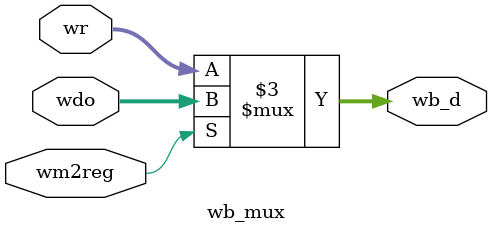
<source format=v>
`timescale 1ns / 1ps

// Module Name: ID and IF STAGES
//////////////////////////////////////////////////////////////////////////////////

//module 1 : pc - set current pc to next pc at edge of CPU
module pc(input [31:0] nextpc, output reg [31:0] outpc, input clk);
    always @ (posedge clk) 
    begin
        outpc <= nextpc; //updates pc with next one
    end
endmodule

//module 2: adder - take in PC and output next PC (PC+4)
module adder(input [31:0] inpc,output reg [31:0] outpc);
   initial 
   begin
       outpc <=100;  //starts at 100
   end
   always @(inpc)
       begin 
           outpc <= inpc + 4; //adds 4 to the pc for the next one
        end
endmodule
 
//module 3: IF/ID - takes in d0 and outputs it at edge of clk
module IF_ID(input clk, input [31:0] d, output reg [31:0] out);
    always @(posedge clk) 
    begin
        out <= d;
    end
endmodule

//module 4: Instruction Memory - takes in an address and outputs a 32 bit instruction d0
module instMem(input [31:0] add, output reg [31:0] instr);
    reg [31:0] MEM[0:127];
    initial 
    begin
        MEM[100] = 32'b10001100001000100000000000000000;//100: lw $v0, 00($at) 
        MEM[104] = 32'b10001100001000110000000000000100; //104: lw $v1, 04($at) # $3 ß? memory[$1+04]; load x[1]
        MEM[108] = 32'b10001100001001000000000000001000;
        MEM[112] = 32'b10001100001001010000000000001100;
    end
    always @(add) //at address put it in for instructions
    begin
        instr <= MEM[add] ;
    end
endmodule 

//module 5: RegFile - takes in source register and outputs data in register 
module regFile(input clk, input [4:0] rs, input [4:0] rt, input we, input [4:0] wn,input [31:0] d, output reg [31:0] qa, output reg [31:0] qb);
    integer i;
    reg [31:0] rf[31:0];

    initial 
    begin
        for (i=0;i<32;i=i+1) 
        begin
            rf[i] <= 32'd0;
           
        end
    end 
    
    always @(*)
    begin
        qa <= rf[rs];
        qb <= rf[rt];
    end
    
    always @ (negedge clk)
    begin
        if(we)
        begin
            rf[wn] <= d;
        end
     end   
    
endmodule

//module 6: Sign Extension - immediate (imm) is sign-extended into 32 bits
module signEx(input [15:0] in, output reg [31:0] signedout);
    always @(in) 
    begin
        signedout = { {16{in[15]}}, in[15:0]};
    end
endmodule

//module 7: Control Unit - Use the op and func to help determine output (incorporates ALU)
module controlUnit(input [5:0] op, input [5:0] func, output reg wreg, output reg m2reg, output reg wmem, output reg [3:0] aluc, output reg aluimm, output reg regrt);
    
    always @(op, func) 
    begin
        wreg <= 1;
        m2reg <= 1;
        wmem <= 0;
        aluc <= 4'b0010;
        aluimm <= 1;
        regrt <= 1;
    end
endmodule

//module 8 : Multiplexer - 2:1 mux w selector
module mux(input [31:0] rd, input [31:0] rt, input regrt, output reg [31:0] out);
    always @(*) 
    begin
        out <= (regrt) ? rt:rd;
    end
endmodule

//module 9:ID/EXE 
module ID_EXE(input clk, input wreg, input m2reg,input wmem, input [3:0] aluc, input aluimm, input [4:0] mux, input [31:0] qa, input [31:0] qb,
    input [31:0] exout, output reg ewreg, output reg em2reg,output reg ewmem, output reg [3:0] ealuc, output reg ealuimm, output reg [4:0] emux,
    output reg [31:0] eqa, output reg [31:0] eqb, output reg [31:0] eexout);

    always @(posedge clk) 
    begin
        ewreg<=wreg;
        em2reg<=m2reg;
        ewmem<=wmem;
        ealuc<=aluc;
        ealuimm<=aluimm;
        emux<=mux;
        eqa<=qa;
        eqb<=qb;
        eexout<=exout;
    end
endmodule

//module 10:ALU - performs additions
module ALU(input [31:0] a, input [31:0] b, input [3:0] ealuc, output reg [31:0] r);

    always @ (*) 
    begin
        if(ealuc==4'b0010) 
        begin
            r <= a+b;
        end
    end
endmodule

//module 11:Multiplexer in EXE - slects immediate
module exe_mux(input [31:0] eqb, input [31:0] exout , input ealuimm, output reg [31:0] b);
    always @(*) 
    begin
        b <= (ealuimm) ? exout:eqb;
    end
endmodule

//module 12: EXE/MEM
module EXE_MEM(input clk, input ewreg, input em2reg, input ewmem, input [4:0] emux, input [31:0] r, input [31:0] qb, 
    output reg mwreg, output reg mm2reg, output reg mwmem, output reg [4:0] mmux, output reg [31:0] mr, output reg [31:0] di);
    
    always @(posedge clk)
    begin 
        mwreg <= ewreg;
        mm2reg <= em2reg;
        mwmem <= ewmem;
        mmux <= emux;
        mr <=r;
        di <= qb;
    end
endmodule

//Module 13: Datamemory - reads data memory
module Datamem(input [31:0] a, input [31:0] di, input we, output reg [31:0] do);

    reg [31:0] MEM[0:127];
    
    initial
    begin   
        MEM[0] = 32'hA00000AA;
        MEM[4] = 32'h10000011;
        MEM[8] = 32'h20000022;
        MEM[12] = 32'h30000033;
        MEM[16] = 32'h40000044;
        MEM[20] = 32'h50000055;
        MEM[24] = 32'h60000066;
        MEM[28] = 32'h70000077;
        MEM[32] = 32'h80000088;
        MEM[36] = 32'h90000099;
    end
    
    always @ (*)
    begin 
        do <= MEM[a];
    end
endmodule

//Module 14:MEM/WB
module MEM_WB(input clk, input mwreg, input mm2reg, input [4:0] mmux, input [31:0] mr, input [31:0] do,
    output reg wwreg, output reg wm2reg, output reg [4:0] wmux,output reg [31:0] wr, output reg [31:0] wdo);

    always @(posedge clk)
    begin
        wwreg <= mwreg;
        wm2reg <= mm2reg;
        wmux <= mmux;
        wr <= mr;
        wdo <= do;
    end
endmodule

//Module 15: WB stage - the memory data is selected and will be written into the register file at the end of the cycle
module wb_mux(input [31:0] wr,input [31:0] wdo,input wm2reg, output reg [31:0] wb_d);
    always @(*) 
        begin
            wb_d <= (wm2reg) ? wdo:wr;
    end
endmodule
</source>
